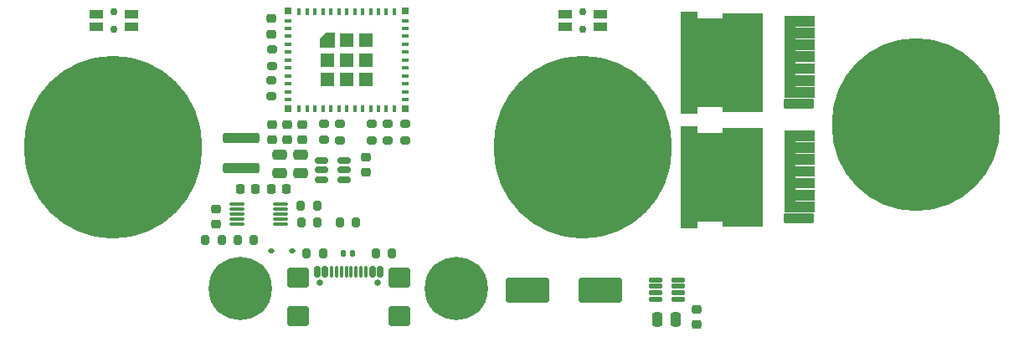
<source format=gbr>
%TF.GenerationSoftware,KiCad,Pcbnew,9.0.4*%
%TF.CreationDate,2025-09-10T21:24:44+08:00*%
%TF.ProjectId,smart_shunt_v0.0.1,736d6172-745f-4736-9875-6e745f76302e,v0.0.4*%
%TF.SameCoordinates,Original*%
%TF.FileFunction,Soldermask,Top*%
%TF.FilePolarity,Negative*%
%FSLAX46Y46*%
G04 Gerber Fmt 4.6, Leading zero omitted, Abs format (unit mm)*
G04 Created by KiCad (PCBNEW 9.0.4) date 2025-09-10 21:24:44*
%MOMM*%
%LPD*%
G01*
G04 APERTURE LIST*
G04 Aperture macros list*
%AMRoundRect*
0 Rectangle with rounded corners*
0 $1 Rounding radius*
0 $2 $3 $4 $5 $6 $7 $8 $9 X,Y pos of 4 corners*
0 Add a 4 corners polygon primitive as box body*
4,1,4,$2,$3,$4,$5,$6,$7,$8,$9,$2,$3,0*
0 Add four circle primitives for the rounded corners*
1,1,$1+$1,$2,$3*
1,1,$1+$1,$4,$5*
1,1,$1+$1,$6,$7*
1,1,$1+$1,$8,$9*
0 Add four rect primitives between the rounded corners*
20,1,$1+$1,$2,$3,$4,$5,0*
20,1,$1+$1,$4,$5,$6,$7,0*
20,1,$1+$1,$6,$7,$8,$9,0*
20,1,$1+$1,$8,$9,$2,$3,0*%
%AMFreePoly0*
4,1,6,0.725000,-0.725000,-0.725000,-0.725000,-0.725000,0.125000,-0.125000,0.725000,0.725000,0.725000,0.725000,-0.725000,0.725000,-0.725000,$1*%
G04 Aperture macros list end*
%ADD10C,0.010000*%
%ADD11C,2.000000*%
%ADD12O,18.000000X18.500000*%
%ADD13RoundRect,0.102000X1.400000X0.400000X-1.400000X0.400000X-1.400000X-0.400000X1.400000X-0.400000X0*%
%ADD14O,17.000000X17.500000*%
%ADD15R,0.800000X0.400000*%
%ADD16R,0.400000X0.800000*%
%ADD17R,1.450000X1.450000*%
%ADD18FreePoly0,0.000000*%
%ADD19R,0.700000X0.700000*%
%ADD20RoundRect,0.225000X0.250000X-0.225000X0.250000X0.225000X-0.250000X0.225000X-0.250000X-0.225000X0*%
%ADD21RoundRect,0.200000X0.200000X0.275000X-0.200000X0.275000X-0.200000X-0.275000X0.200000X-0.275000X0*%
%ADD22RoundRect,0.250000X1.600000X-0.300000X1.600000X0.300000X-1.600000X0.300000X-1.600000X-0.300000X0*%
%ADD23RoundRect,0.200000X-0.275000X0.200000X-0.275000X-0.200000X0.275000X-0.200000X0.275000X0.200000X0*%
%ADD24RoundRect,0.147500X0.147500X0.172500X-0.147500X0.172500X-0.147500X-0.172500X0.147500X-0.172500X0*%
%ADD25RoundRect,0.225000X-0.250000X0.225000X-0.250000X-0.225000X0.250000X-0.225000X0.250000X0.225000X0*%
%ADD26RoundRect,0.200000X0.275000X-0.200000X0.275000X0.200000X-0.275000X0.200000X-0.275000X-0.200000X0*%
%ADD27C,0.800000*%
%ADD28C,6.400000*%
%ADD29RoundRect,0.150000X-0.512500X-0.150000X0.512500X-0.150000X0.512500X0.150000X-0.512500X0.150000X0*%
%ADD30RoundRect,0.250000X1.950000X1.000000X-1.950000X1.000000X-1.950000X-1.000000X1.950000X-1.000000X0*%
%ADD31RoundRect,0.250000X0.475000X-0.250000X0.475000X0.250000X-0.475000X0.250000X-0.475000X-0.250000X0*%
%ADD32RoundRect,0.112500X-0.187500X-0.112500X0.187500X-0.112500X0.187500X0.112500X-0.187500X0.112500X0*%
%ADD33C,0.750000*%
%ADD34R,1.400000X0.900000*%
%ADD35RoundRect,0.225000X-0.225000X-0.250000X0.225000X-0.250000X0.225000X0.250000X-0.225000X0.250000X0*%
%ADD36RoundRect,0.225000X0.225000X0.250000X-0.225000X0.250000X-0.225000X-0.250000X0.225000X-0.250000X0*%
%ADD37C,0.650000*%
%ADD38RoundRect,0.150000X-0.150000X-0.425000X0.150000X-0.425000X0.150000X0.425000X-0.150000X0.425000X0*%
%ADD39RoundRect,0.075000X-0.075000X-0.500000X0.075000X-0.500000X0.075000X0.500000X-0.075000X0.500000X0*%
%ADD40RoundRect,0.250000X-0.840000X-0.750000X0.840000X-0.750000X0.840000X0.750000X-0.840000X0.750000X0*%
%ADD41RoundRect,0.075000X0.650000X0.075000X-0.650000X0.075000X-0.650000X-0.075000X0.650000X-0.075000X0*%
%ADD42RoundRect,0.125000X-0.537500X-0.125000X0.537500X-0.125000X0.537500X0.125000X-0.537500X0.125000X0*%
%ADD43RoundRect,0.200000X-0.200000X-0.275000X0.200000X-0.275000X0.200000X0.275000X-0.200000X0.275000X0*%
%ADD44RoundRect,0.250000X0.250000X0.475000X-0.250000X0.475000X-0.250000X-0.475000X0.250000X-0.475000X0*%
G04 APERTURE END LIST*
D10*
%TO.C,Q1*%
X190699999Y-81000001D02*
X188699999Y-81000001D01*
X188699999Y-81200001D01*
X190699999Y-81200001D01*
X190699999Y-82200001D01*
X188699999Y-82200001D01*
X188699999Y-82400001D01*
X190699999Y-82400001D01*
X190699999Y-83400001D01*
X188699999Y-83400001D01*
X188699999Y-83600001D01*
X190699999Y-83600001D01*
X190699999Y-84600001D01*
X188699999Y-84600001D01*
X188699999Y-84800001D01*
X190699999Y-84800001D01*
X190699999Y-85800001D01*
X188699999Y-85800001D01*
X188699999Y-86000001D01*
X190699999Y-86000001D01*
X190699999Y-87000001D01*
X188699999Y-87000001D01*
X188699999Y-87200001D01*
X190699999Y-87200001D01*
X190699999Y-88200001D01*
X187699999Y-88200001D01*
X187699999Y-80000002D01*
X190699999Y-80000001D01*
X190699999Y-81000001D01*
G36*
X190699999Y-81000001D02*
G01*
X188699999Y-81000001D01*
X188699999Y-81200001D01*
X190699999Y-81200001D01*
X190699999Y-82200001D01*
X188699999Y-82200001D01*
X188699999Y-82400001D01*
X190699999Y-82400001D01*
X190699999Y-83400001D01*
X188699999Y-83400001D01*
X188699999Y-83600001D01*
X190699999Y-83600001D01*
X190699999Y-84600001D01*
X188699999Y-84600001D01*
X188699999Y-84800001D01*
X190699999Y-84800001D01*
X190699999Y-85800001D01*
X188699999Y-85800001D01*
X188699999Y-86000001D01*
X190699999Y-86000001D01*
X190699999Y-87000001D01*
X188699999Y-87000001D01*
X188699999Y-87200001D01*
X190699999Y-87200001D01*
X190699999Y-88200001D01*
X187699999Y-88200001D01*
X187699999Y-80000002D01*
X190699999Y-80000001D01*
X190699999Y-81000001D01*
G37*
X178799999Y-80250001D02*
X181499999Y-80250001D01*
X181499999Y-79750001D01*
X185399999Y-79750001D01*
X185399999Y-89650001D01*
X181499999Y-89650001D01*
X181499999Y-89150001D01*
X178799999Y-89150001D01*
X178799999Y-89850001D01*
X177199999Y-89850001D01*
X177199999Y-79550001D01*
X178799999Y-79550001D01*
X178799999Y-80250001D01*
G36*
X178799999Y-80250001D02*
G01*
X181499999Y-80250001D01*
X181499999Y-79750001D01*
X185399999Y-79750001D01*
X185399999Y-89650001D01*
X181499999Y-89650001D01*
X181499999Y-89150001D01*
X178799999Y-89150001D01*
X178799999Y-89850001D01*
X177199999Y-89850001D01*
X177199999Y-79550001D01*
X178799999Y-79550001D01*
X178799999Y-80250001D01*
G37*
%TO.C,Q2*%
X178799999Y-68650001D02*
X181499999Y-68650001D01*
X181499999Y-68150001D01*
X185399999Y-68150001D01*
X185399999Y-78050001D01*
X181499999Y-78050001D01*
X181499999Y-77550001D01*
X178799999Y-77550001D01*
X178799999Y-78250001D01*
X177199999Y-78250001D01*
X177199999Y-67950001D01*
X178799999Y-67950001D01*
X178799999Y-68650001D01*
G36*
X178799999Y-68650001D02*
G01*
X181499999Y-68650001D01*
X181499999Y-68150001D01*
X185399999Y-68150001D01*
X185399999Y-78050001D01*
X181499999Y-78050001D01*
X181499999Y-77550001D01*
X178799999Y-77550001D01*
X178799999Y-78250001D01*
X177199999Y-78250001D01*
X177199999Y-67950001D01*
X178799999Y-67950001D01*
X178799999Y-68650001D01*
G37*
X190699999Y-69400001D02*
X188699999Y-69400001D01*
X188699999Y-69600001D01*
X190699999Y-69600001D01*
X190699999Y-70600001D01*
X188699999Y-70600001D01*
X188699999Y-70800001D01*
X190699999Y-70800001D01*
X190699999Y-71800001D01*
X188699999Y-71800001D01*
X188699999Y-72000001D01*
X190699999Y-72000001D01*
X190699999Y-73000001D01*
X188699999Y-73000001D01*
X188699999Y-73200001D01*
X190699999Y-73200001D01*
X190699999Y-74200001D01*
X188699999Y-74200001D01*
X188699999Y-74400001D01*
X190699999Y-74400001D01*
X190699999Y-75400001D01*
X188699999Y-75400001D01*
X188699999Y-75600001D01*
X190699999Y-75600001D01*
X190699999Y-76600001D01*
X187699999Y-76600001D01*
X187699999Y-68400002D01*
X190699999Y-68400001D01*
X190699999Y-69400001D01*
G36*
X190699999Y-69400001D02*
G01*
X188699999Y-69400001D01*
X188699999Y-69600001D01*
X190699999Y-69600001D01*
X190699999Y-70600001D01*
X188699999Y-70600001D01*
X188699999Y-70800001D01*
X190699999Y-70800001D01*
X190699999Y-71800001D01*
X188699999Y-71800001D01*
X188699999Y-72000001D01*
X190699999Y-72000001D01*
X190699999Y-73000001D01*
X188699999Y-73000001D01*
X188699999Y-73200001D01*
X190699999Y-73200001D01*
X190699999Y-74200001D01*
X188699999Y-74200001D01*
X188699999Y-74400001D01*
X190699999Y-74400001D01*
X190699999Y-75400001D01*
X188699999Y-75400001D01*
X188699999Y-75600001D01*
X190699999Y-75600001D01*
X190699999Y-76600001D01*
X187699999Y-76600001D01*
X187699999Y-68400002D01*
X190699999Y-68400001D01*
X190699999Y-69400001D01*
G37*
%TD*%
D11*
%TO.C,J1*%
X173858810Y-81671308D03*
X172108810Y-86171308D03*
X172108810Y-76921308D03*
X167358810Y-88471308D03*
D12*
X167358810Y-81671308D03*
D11*
X167358810Y-74921308D03*
X162858810Y-76921308D03*
X162358811Y-86171308D03*
X160858810Y-81671308D03*
%TD*%
%TO.C,J2*%
X113358811Y-81671308D03*
X114858812Y-86171308D03*
X115358811Y-76921308D03*
X119858811Y-74921308D03*
D12*
X119858811Y-81671308D03*
D11*
X119858811Y-88471308D03*
X124608811Y-76921308D03*
X124608811Y-86171308D03*
X126358811Y-81671308D03*
%TD*%
D13*
%TO.C,Q1*%
X189199999Y-88900001D03*
%TD*%
%TO.C,Q2*%
X189199999Y-77300001D03*
%TD*%
D11*
%TO.C,J6*%
X207500000Y-79400000D03*
X206000000Y-74900000D03*
X205500000Y-84150000D03*
X201000000Y-86150000D03*
D14*
X201000000Y-79400000D03*
D11*
X201000000Y-72600000D03*
X196250000Y-84150000D03*
X196250000Y-74900000D03*
X194500000Y-79400000D03*
%TD*%
D15*
%TO.C,U1*%
X137558811Y-68871308D03*
X137558811Y-69671309D03*
X137558811Y-70471308D03*
X137558811Y-71271307D03*
X137558811Y-72071308D03*
X137558811Y-72871308D03*
X137558811Y-73671308D03*
X137558811Y-74471308D03*
X137558811Y-75271309D03*
X137558811Y-76071308D03*
X137558811Y-76871307D03*
D16*
X138658811Y-77771308D03*
X139458810Y-77771308D03*
X140258811Y-77771308D03*
X141058811Y-77771308D03*
X141858811Y-77771308D03*
X142658811Y-77771308D03*
X143458811Y-77771309D03*
X144258811Y-77771308D03*
X145058811Y-77771308D03*
X145858811Y-77771308D03*
X146658811Y-77771308D03*
X147458812Y-77771308D03*
X148258811Y-77771308D03*
D15*
X149358811Y-76871307D03*
X149358811Y-76071308D03*
X149358811Y-75271309D03*
X149358811Y-74471308D03*
X149358811Y-73671308D03*
X149358811Y-72871308D03*
X149358811Y-72071308D03*
X149358811Y-71271307D03*
X149358811Y-70471308D03*
X149358811Y-69671309D03*
X149358811Y-68871308D03*
D16*
X148258811Y-67971309D03*
X147458811Y-67971308D03*
X146658811Y-67971308D03*
X145858811Y-67971308D03*
X145058811Y-67971308D03*
X144258811Y-67971309D03*
X143458811Y-67971308D03*
X142658811Y-67971309D03*
X141858811Y-67971308D03*
X141058811Y-67971308D03*
X140258811Y-67971308D03*
X139458811Y-67971308D03*
X138658811Y-67971309D03*
D17*
X141483811Y-72871308D03*
X141483811Y-74846308D03*
D18*
X141483812Y-70896308D03*
D17*
X143458811Y-70896307D03*
X143458811Y-72871308D03*
X143458811Y-74846308D03*
X145433810Y-70896308D03*
X145433811Y-72871308D03*
X145433811Y-74846308D03*
D19*
X149408811Y-67921308D03*
X149408811Y-77821308D03*
X137508811Y-77821308D03*
X137508811Y-67921308D03*
%TD*%
D20*
%TO.C,C5*%
X135858811Y-70246309D03*
X135858811Y-68696309D03*
%TD*%
D21*
%TO.C,R3*%
X140483810Y-89346308D03*
X138833810Y-89346308D03*
%TD*%
D22*
%TO.C,L1*%
X132808810Y-83771308D03*
X132808810Y-80771308D03*
%TD*%
D23*
%TO.C,R11*%
X141183810Y-79321307D03*
X141183810Y-80971307D03*
%TD*%
D21*
%TO.C,R14*%
X134075000Y-91100000D03*
X132425000Y-91100000D03*
%TD*%
%TO.C,R1*%
X144395918Y-89327923D03*
X142745918Y-89327923D03*
%TD*%
D24*
%TO.C,D1*%
X144063811Y-92481308D03*
X143093811Y-92481308D03*
%TD*%
D21*
%TO.C,R10*%
X148033811Y-92411309D03*
X146383811Y-92411309D03*
%TD*%
D25*
%TO.C,C10*%
X138958811Y-79421308D03*
X138958811Y-80971308D03*
%TD*%
D26*
%TO.C,R4*%
X145958811Y-80996309D03*
X145958811Y-79346309D03*
%TD*%
%TO.C,R7*%
X147558811Y-80996309D03*
X147558811Y-79346309D03*
%TD*%
D25*
%TO.C,C11*%
X178800000Y-98100000D03*
X178800000Y-99650000D03*
%TD*%
D27*
%TO.C,J5*%
X156908811Y-96021309D03*
X156205867Y-97718365D03*
X156205867Y-94324253D03*
X154508811Y-98421309D03*
D28*
X154508811Y-96021309D03*
D27*
X154508811Y-93621309D03*
X152811755Y-97718365D03*
X152811755Y-94324253D03*
X152108811Y-96021309D03*
%TD*%
D29*
%TO.C,U5*%
X140896311Y-83071310D03*
X140896311Y-84021309D03*
X140896311Y-84971308D03*
X143171311Y-84971308D03*
X143171311Y-84021309D03*
X143171311Y-83071310D03*
%TD*%
D30*
%TO.C,C13*%
X169100000Y-96200000D03*
X161700000Y-96200000D03*
%TD*%
D31*
%TO.C,C6*%
X138776344Y-84317200D03*
X138776344Y-82417202D03*
%TD*%
D32*
%TO.C,D5*%
X135808811Y-92171309D03*
X137908811Y-92171309D03*
%TD*%
D33*
%TO.C,SW2*%
X167308810Y-67946307D03*
X167308810Y-69771307D03*
D34*
X165508810Y-68221307D03*
X169108810Y-68221307D03*
X165508810Y-69521307D03*
X169108810Y-69521307D03*
%TD*%
D20*
%TO.C,C8*%
X130200000Y-89525000D03*
X130200000Y-87975000D03*
%TD*%
%TO.C,C7*%
X145400000Y-84275000D03*
X145400000Y-82725000D03*
%TD*%
D25*
%TO.C,C3*%
X135908811Y-79421309D03*
X135908811Y-80971309D03*
%TD*%
D31*
%TO.C,C4*%
X136701344Y-84317199D03*
X136701344Y-82417201D03*
%TD*%
D26*
%TO.C,R8*%
X149358811Y-80996309D03*
X149358811Y-79346309D03*
%TD*%
D35*
%TO.C,C1*%
X135783811Y-85896309D03*
X137333811Y-85896309D03*
%TD*%
D27*
%TO.C,J3*%
X135108810Y-95971308D03*
X134405866Y-97668364D03*
X134405866Y-94274252D03*
X132708810Y-98371308D03*
D28*
X132708810Y-95971308D03*
D27*
X132708810Y-93571308D03*
X131011754Y-97668364D03*
X131011754Y-94274252D03*
X130308810Y-95971308D03*
%TD*%
D36*
%TO.C,C2*%
X134233811Y-85896309D03*
X132683811Y-85896309D03*
%TD*%
D23*
%TO.C,R6*%
X135908811Y-71796309D03*
X135908811Y-73446309D03*
%TD*%
D37*
%TO.C,J4*%
X140768811Y-95386308D03*
X146548811Y-95386308D03*
D38*
X140458811Y-94311308D03*
X141258811Y-94311308D03*
D39*
X142408811Y-94311309D03*
X143408811Y-94311308D03*
X143908811Y-94311308D03*
X144908811Y-94311309D03*
D38*
X146058811Y-94311308D03*
X146858811Y-94311308D03*
X146858811Y-94311308D03*
X146058811Y-94311308D03*
D39*
X145408811Y-94311308D03*
X144408811Y-94311308D03*
X142908811Y-94311308D03*
X141908811Y-94311308D03*
D38*
X141258811Y-94311308D03*
X140458811Y-94311308D03*
D40*
X138548811Y-94886308D03*
X138548811Y-98816308D03*
X148768811Y-94886308D03*
X148768811Y-98816308D03*
%TD*%
D41*
%TO.C,U4*%
X136758810Y-89471308D03*
X136758810Y-88971307D03*
X136758810Y-88471308D03*
X136758810Y-87971309D03*
X136758810Y-87471308D03*
X132358810Y-87471308D03*
X132358810Y-87971309D03*
X132358810Y-88471308D03*
X132358810Y-88971307D03*
X132358810Y-89471308D03*
%TD*%
D33*
%TO.C,SW1*%
X119908811Y-67946309D03*
X119908811Y-69771309D03*
D34*
X118108811Y-68221309D03*
X121708811Y-68221309D03*
X118108811Y-69521309D03*
X121708811Y-69521309D03*
%TD*%
D23*
%TO.C,R12*%
X142783811Y-79346309D03*
X142783811Y-80996309D03*
%TD*%
D42*
%TO.C,U2*%
X174662500Y-95125000D03*
X174662500Y-95775000D03*
X174662500Y-96425000D03*
X174662500Y-97075000D03*
X176937500Y-97075000D03*
X176937500Y-96425000D03*
X176937500Y-95775000D03*
X176937500Y-95125000D03*
%TD*%
D43*
%TO.C,R9*%
X139413810Y-92411309D03*
X141063810Y-92411309D03*
%TD*%
D21*
%TO.C,R13*%
X130825000Y-91100000D03*
X129175000Y-91100000D03*
%TD*%
D23*
%TO.C,R5*%
X135858811Y-74896307D03*
X135858811Y-76546307D03*
%TD*%
D21*
%TO.C,R2*%
X140458811Y-87596309D03*
X138808811Y-87596309D03*
%TD*%
D44*
%TO.C,C12*%
X176749999Y-99100000D03*
X174850001Y-99100000D03*
%TD*%
D25*
%TO.C,C9*%
X137433810Y-79421308D03*
X137433810Y-80971308D03*
%TD*%
M02*

</source>
